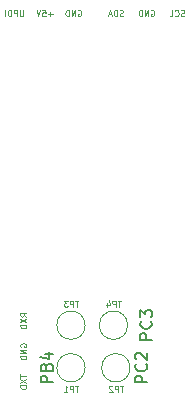
<source format=gbr>
%TF.GenerationSoftware,KiCad,Pcbnew,(6.0.2)*%
%TF.CreationDate,2022-05-19T16:25:25+02:00*%
%TF.ProjectId,AT806_Led-Matrix-Single,41543830-365f-44c6-9564-2d4d61747269,rev?*%
%TF.SameCoordinates,PX64e6140PY76a3180*%
%TF.FileFunction,Legend,Bot*%
%TF.FilePolarity,Positive*%
%FSLAX46Y46*%
G04 Gerber Fmt 4.6, Leading zero omitted, Abs format (unit mm)*
G04 Created by KiCad (PCBNEW (6.0.2)) date 2022-05-19 16:25:25*
%MOMM*%
%LPD*%
G01*
G04 APERTURE LIST*
%ADD10C,0.125000*%
%ADD11C,0.150000*%
%ADD12C,0.120000*%
G04 APERTURE END LIST*
D10*
X2950000Y4780953D02*
X2926190Y4828572D01*
X2926190Y4900000D01*
X2950000Y4971429D01*
X2997619Y5019048D01*
X3045238Y5042858D01*
X3140476Y5066667D01*
X3211904Y5066667D01*
X3307142Y5042858D01*
X3354761Y5019048D01*
X3402380Y4971429D01*
X3426190Y4900000D01*
X3426190Y4852381D01*
X3402380Y4780953D01*
X3378571Y4757143D01*
X3211904Y4757143D01*
X3211904Y4852381D01*
X3426190Y4542858D02*
X2926190Y4542858D01*
X3426190Y4257143D01*
X2926190Y4257143D01*
X3426190Y4019048D02*
X2926190Y4019048D01*
X2926190Y3900000D01*
X2950000Y3828572D01*
X2997619Y3780953D01*
X3045238Y3757143D01*
X3140476Y3733334D01*
X3211904Y3733334D01*
X3307142Y3757143D01*
X3354761Y3780953D01*
X3402380Y3828572D01*
X3426190Y3900000D01*
X3426190Y4019048D01*
D11*
X14052380Y5361905D02*
X13052380Y5361905D01*
X13052380Y5742858D01*
X13100000Y5838096D01*
X13147619Y5885715D01*
X13242857Y5933334D01*
X13385714Y5933334D01*
X13480952Y5885715D01*
X13528571Y5838096D01*
X13576190Y5742858D01*
X13576190Y5361905D01*
X13957142Y6933334D02*
X14004761Y6885715D01*
X14052380Y6742858D01*
X14052380Y6647620D01*
X14004761Y6504762D01*
X13909523Y6409524D01*
X13814285Y6361905D01*
X13623809Y6314286D01*
X13480952Y6314286D01*
X13290476Y6361905D01*
X13195238Y6409524D01*
X13100000Y6504762D01*
X13052380Y6647620D01*
X13052380Y6742858D01*
X13100000Y6885715D01*
X13147619Y6933334D01*
X13052380Y7266667D02*
X13052380Y7885715D01*
X13433333Y7552381D01*
X13433333Y7695239D01*
X13480952Y7790477D01*
X13528571Y7838096D01*
X13623809Y7885715D01*
X13861904Y7885715D01*
X13957142Y7838096D01*
X14004761Y7790477D01*
X14052380Y7695239D01*
X14052380Y7409524D01*
X14004761Y7314286D01*
X13957142Y7266667D01*
D10*
X11607142Y32797620D02*
X11535714Y32773810D01*
X11416666Y32773810D01*
X11369047Y32797620D01*
X11345238Y32821429D01*
X11321428Y32869048D01*
X11321428Y32916667D01*
X11345238Y32964286D01*
X11369047Y32988096D01*
X11416666Y33011905D01*
X11511904Y33035715D01*
X11559523Y33059524D01*
X11583333Y33083334D01*
X11607142Y33130953D01*
X11607142Y33178572D01*
X11583333Y33226191D01*
X11559523Y33250000D01*
X11511904Y33273810D01*
X11392857Y33273810D01*
X11321428Y33250000D01*
X11107142Y32773810D02*
X11107142Y33273810D01*
X10988095Y33273810D01*
X10916666Y33250000D01*
X10869047Y33202381D01*
X10845238Y33154762D01*
X10821428Y33059524D01*
X10821428Y32988096D01*
X10845238Y32892858D01*
X10869047Y32845239D01*
X10916666Y32797620D01*
X10988095Y32773810D01*
X11107142Y32773810D01*
X10630952Y32916667D02*
X10392857Y32916667D01*
X10678571Y32773810D02*
X10511904Y33273810D01*
X10345238Y32773810D01*
D11*
X5652380Y1761905D02*
X4652380Y1761905D01*
X4652380Y2142858D01*
X4700000Y2238096D01*
X4747619Y2285715D01*
X4842857Y2333334D01*
X4985714Y2333334D01*
X5080952Y2285715D01*
X5128571Y2238096D01*
X5176190Y2142858D01*
X5176190Y1761905D01*
X5128571Y3095239D02*
X5176190Y3238096D01*
X5223809Y3285715D01*
X5319047Y3333334D01*
X5461904Y3333334D01*
X5557142Y3285715D01*
X5604761Y3238096D01*
X5652380Y3142858D01*
X5652380Y2761905D01*
X4652380Y2761905D01*
X4652380Y3095239D01*
X4700000Y3190477D01*
X4747619Y3238096D01*
X4842857Y3285715D01*
X4938095Y3285715D01*
X5033333Y3238096D01*
X5080952Y3190477D01*
X5128571Y3095239D01*
X5128571Y2761905D01*
X4985714Y4190477D02*
X5652380Y4190477D01*
X4604761Y3952381D02*
X5319047Y3714286D01*
X5319047Y4333334D01*
D10*
X16795238Y32797620D02*
X16723809Y32773810D01*
X16604761Y32773810D01*
X16557142Y32797620D01*
X16533333Y32821429D01*
X16509523Y32869048D01*
X16509523Y32916667D01*
X16533333Y32964286D01*
X16557142Y32988096D01*
X16604761Y33011905D01*
X16700000Y33035715D01*
X16747619Y33059524D01*
X16771428Y33083334D01*
X16795238Y33130953D01*
X16795238Y33178572D01*
X16771428Y33226191D01*
X16747619Y33250000D01*
X16700000Y33273810D01*
X16580952Y33273810D01*
X16509523Y33250000D01*
X16009523Y32821429D02*
X16033333Y32797620D01*
X16104761Y32773810D01*
X16152380Y32773810D01*
X16223809Y32797620D01*
X16271428Y32845239D01*
X16295238Y32892858D01*
X16319047Y32988096D01*
X16319047Y33059524D01*
X16295238Y33154762D01*
X16271428Y33202381D01*
X16223809Y33250000D01*
X16152380Y33273810D01*
X16104761Y33273810D01*
X16033333Y33250000D01*
X16009523Y33226191D01*
X15557142Y32773810D02*
X15795238Y32773810D01*
X15795238Y33273810D01*
X7780952Y33250000D02*
X7828571Y33273810D01*
X7900000Y33273810D01*
X7971428Y33250000D01*
X8019047Y33202381D01*
X8042857Y33154762D01*
X8066666Y33059524D01*
X8066666Y32988096D01*
X8042857Y32892858D01*
X8019047Y32845239D01*
X7971428Y32797620D01*
X7900000Y32773810D01*
X7852380Y32773810D01*
X7780952Y32797620D01*
X7757142Y32821429D01*
X7757142Y32988096D01*
X7852380Y32988096D01*
X7542857Y32773810D02*
X7542857Y33273810D01*
X7257142Y32773810D01*
X7257142Y33273810D01*
X7019047Y32773810D02*
X7019047Y33273810D01*
X6900000Y33273810D01*
X6828571Y33250000D01*
X6780952Y33202381D01*
X6757142Y33154762D01*
X6733333Y33059524D01*
X6733333Y32988096D01*
X6757142Y32892858D01*
X6780952Y32845239D01*
X6828571Y32797620D01*
X6900000Y32773810D01*
X7019047Y32773810D01*
X3426190Y7333334D02*
X3188095Y7500000D01*
X3426190Y7619048D02*
X2926190Y7619048D01*
X2926190Y7428572D01*
X2950000Y7380953D01*
X2973809Y7357143D01*
X3021428Y7333334D01*
X3092857Y7333334D01*
X3140476Y7357143D01*
X3164285Y7380953D01*
X3188095Y7428572D01*
X3188095Y7619048D01*
X2926190Y7166667D02*
X3426190Y6833334D01*
X2926190Y6833334D02*
X3426190Y7166667D01*
X3426190Y6642858D02*
X2926190Y6642858D01*
X2926190Y6523810D01*
X2950000Y6452381D01*
X2997619Y6404762D01*
X3045238Y6380953D01*
X3140476Y6357143D01*
X3211904Y6357143D01*
X3307142Y6380953D01*
X3354761Y6404762D01*
X3402380Y6452381D01*
X3426190Y6523810D01*
X3426190Y6642858D01*
X5642857Y32964286D02*
X5261904Y32964286D01*
X5452380Y32773810D02*
X5452380Y33154762D01*
X4785714Y33273810D02*
X5023809Y33273810D01*
X5047619Y33035715D01*
X5023809Y33059524D01*
X4976190Y33083334D01*
X4857142Y33083334D01*
X4809523Y33059524D01*
X4785714Y33035715D01*
X4761904Y32988096D01*
X4761904Y32869048D01*
X4785714Y32821429D01*
X4809523Y32797620D01*
X4857142Y32773810D01*
X4976190Y32773810D01*
X5023809Y32797620D01*
X5047619Y32821429D01*
X4619047Y33273810D02*
X4452380Y32773810D01*
X4285714Y33273810D01*
D11*
X13652380Y1761905D02*
X12652380Y1761905D01*
X12652380Y2142858D01*
X12700000Y2238096D01*
X12747619Y2285715D01*
X12842857Y2333334D01*
X12985714Y2333334D01*
X13080952Y2285715D01*
X13128571Y2238096D01*
X13176190Y2142858D01*
X13176190Y1761905D01*
X13557142Y3333334D02*
X13604761Y3285715D01*
X13652380Y3142858D01*
X13652380Y3047620D01*
X13604761Y2904762D01*
X13509523Y2809524D01*
X13414285Y2761905D01*
X13223809Y2714286D01*
X13080952Y2714286D01*
X12890476Y2761905D01*
X12795238Y2809524D01*
X12700000Y2904762D01*
X12652380Y3047620D01*
X12652380Y3142858D01*
X12700000Y3285715D01*
X12747619Y3333334D01*
X12747619Y3714286D02*
X12700000Y3761905D01*
X12652380Y3857143D01*
X12652380Y4095239D01*
X12700000Y4190477D01*
X12747619Y4238096D01*
X12842857Y4285715D01*
X12938095Y4285715D01*
X13080952Y4238096D01*
X13652380Y3666667D01*
X13652380Y4285715D01*
D10*
X2926190Y2430953D02*
X2926190Y2145239D01*
X3426190Y2288096D02*
X2926190Y2288096D01*
X2926190Y2026191D02*
X3426190Y1692858D01*
X2926190Y1692858D02*
X3426190Y2026191D01*
X3426190Y1502381D02*
X2926190Y1502381D01*
X2926190Y1383334D01*
X2950000Y1311905D01*
X2997619Y1264286D01*
X3045238Y1240477D01*
X3140476Y1216667D01*
X3211904Y1216667D01*
X3307142Y1240477D01*
X3354761Y1264286D01*
X3402380Y1311905D01*
X3426190Y1383334D01*
X3426190Y1502381D01*
X3161904Y33273810D02*
X3161904Y32869048D01*
X3138095Y32821429D01*
X3114285Y32797620D01*
X3066666Y32773810D01*
X2971428Y32773810D01*
X2923809Y32797620D01*
X2900000Y32821429D01*
X2876190Y32869048D01*
X2876190Y33273810D01*
X2638095Y32773810D02*
X2638095Y33273810D01*
X2447619Y33273810D01*
X2400000Y33250000D01*
X2376190Y33226191D01*
X2352380Y33178572D01*
X2352380Y33107143D01*
X2376190Y33059524D01*
X2400000Y33035715D01*
X2447619Y33011905D01*
X2638095Y33011905D01*
X2138095Y32773810D02*
X2138095Y33273810D01*
X2019047Y33273810D01*
X1947619Y33250000D01*
X1900000Y33202381D01*
X1876190Y33154762D01*
X1852380Y33059524D01*
X1852380Y32988096D01*
X1876190Y32892858D01*
X1900000Y32845239D01*
X1947619Y32797620D01*
X2019047Y32773810D01*
X2138095Y32773810D01*
X1638095Y32773810D02*
X1638095Y33273810D01*
X13980952Y33250000D02*
X14028571Y33273810D01*
X14100000Y33273810D01*
X14171428Y33250000D01*
X14219047Y33202381D01*
X14242857Y33154762D01*
X14266666Y33059524D01*
X14266666Y32988096D01*
X14242857Y32892858D01*
X14219047Y32845239D01*
X14171428Y32797620D01*
X14100000Y32773810D01*
X14052380Y32773810D01*
X13980952Y32797620D01*
X13957142Y32821429D01*
X13957142Y32988096D01*
X14052380Y32988096D01*
X13742857Y32773810D02*
X13742857Y33273810D01*
X13457142Y32773810D01*
X13457142Y33273810D01*
X13219047Y32773810D02*
X13219047Y33273810D01*
X13100000Y33273810D01*
X13028571Y33250000D01*
X12980952Y33202381D01*
X12957142Y33154762D01*
X12933333Y33059524D01*
X12933333Y32988096D01*
X12957142Y32892858D01*
X12980952Y32845239D01*
X13028571Y32797620D01*
X13100000Y32773810D01*
X13219047Y32773810D01*
%TO.C,TP4*%
X11430952Y8673810D02*
X11145238Y8673810D01*
X11288095Y8173810D02*
X11288095Y8673810D01*
X10978571Y8173810D02*
X10978571Y8673810D01*
X10788095Y8673810D01*
X10740476Y8650000D01*
X10716666Y8626191D01*
X10692857Y8578572D01*
X10692857Y8507143D01*
X10716666Y8459524D01*
X10740476Y8435715D01*
X10788095Y8411905D01*
X10978571Y8411905D01*
X10264285Y8507143D02*
X10264285Y8173810D01*
X10383333Y8697620D02*
X10502380Y8340477D01*
X10192857Y8340477D01*
%TO.C,TP2*%
X11630952Y1473810D02*
X11345238Y1473810D01*
X11488095Y973810D02*
X11488095Y1473810D01*
X11178571Y973810D02*
X11178571Y1473810D01*
X10988095Y1473810D01*
X10940476Y1450000D01*
X10916666Y1426191D01*
X10892857Y1378572D01*
X10892857Y1307143D01*
X10916666Y1259524D01*
X10940476Y1235715D01*
X10988095Y1211905D01*
X11178571Y1211905D01*
X10702380Y1426191D02*
X10678571Y1450000D01*
X10630952Y1473810D01*
X10511904Y1473810D01*
X10464285Y1450000D01*
X10440476Y1426191D01*
X10416666Y1378572D01*
X10416666Y1330953D01*
X10440476Y1259524D01*
X10726190Y973810D01*
X10416666Y973810D01*
%TO.C,TP3*%
X7830952Y8673810D02*
X7545238Y8673810D01*
X7688095Y8173810D02*
X7688095Y8673810D01*
X7378571Y8173810D02*
X7378571Y8673810D01*
X7188095Y8673810D01*
X7140476Y8650000D01*
X7116666Y8626191D01*
X7092857Y8578572D01*
X7092857Y8507143D01*
X7116666Y8459524D01*
X7140476Y8435715D01*
X7188095Y8411905D01*
X7378571Y8411905D01*
X6926190Y8673810D02*
X6616666Y8673810D01*
X6783333Y8483334D01*
X6711904Y8483334D01*
X6664285Y8459524D01*
X6640476Y8435715D01*
X6616666Y8388096D01*
X6616666Y8269048D01*
X6640476Y8221429D01*
X6664285Y8197620D01*
X6711904Y8173810D01*
X6854761Y8173810D01*
X6902380Y8197620D01*
X6926190Y8221429D01*
%TO.C,TP1*%
X7830952Y1473810D02*
X7545238Y1473810D01*
X7688095Y973810D02*
X7688095Y1473810D01*
X7378571Y973810D02*
X7378571Y1473810D01*
X7188095Y1473810D01*
X7140476Y1450000D01*
X7116666Y1426191D01*
X7092857Y1378572D01*
X7092857Y1307143D01*
X7116666Y1259524D01*
X7140476Y1235715D01*
X7188095Y1211905D01*
X7378571Y1211905D01*
X6616666Y973810D02*
X6902380Y973810D01*
X6759523Y973810D02*
X6759523Y1473810D01*
X6807142Y1402381D01*
X6854761Y1354762D01*
X6902380Y1330953D01*
D12*
%TO.C,TP4*%
X12000000Y6600000D02*
G75*
G03*
X12000000Y6600000I-1200000J0D01*
G01*
%TO.C,TP2*%
X12200000Y3000000D02*
G75*
G03*
X12200000Y3000000I-1200000J0D01*
G01*
%TO.C,TP3*%
X8400000Y6600000D02*
G75*
G03*
X8400000Y6600000I-1200000J0D01*
G01*
%TO.C,TP1*%
X8400000Y3000000D02*
G75*
G03*
X8400000Y3000000I-1200000J0D01*
G01*
%TD*%
M02*

</source>
